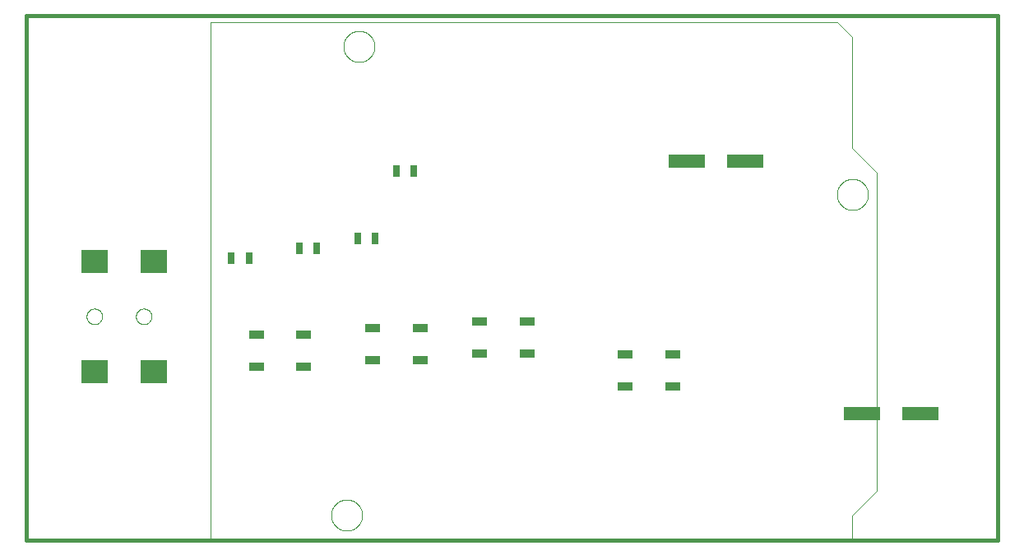
<source format=gtp>
G75*
%MOIN*%
%OFA0B0*%
%FSLAX25Y25*%
%IPPOS*%
%LPD*%
%AMOC8*
5,1,8,0,0,1.08239X$1,22.5*
%
%ADD10C,0.01600*%
%ADD11R,0.05906X0.03543*%
%ADD12R,0.03150X0.04724*%
%ADD13C,0.00000*%
%ADD14R,0.14961X0.05512*%
%ADD15R,0.11024X0.09449*%
D10*
X0001800Y0005000D02*
X0001800Y0217598D01*
X0395501Y0217598D01*
X0395501Y0005000D01*
X0001800Y0005000D01*
D11*
X0094950Y0075236D03*
X0114241Y0075236D03*
X0114241Y0088228D03*
X0094950Y0088228D03*
X0142194Y0090787D03*
X0161485Y0090787D03*
X0161485Y0077795D03*
X0142194Y0077795D03*
X0185501Y0080354D03*
X0204792Y0080354D03*
X0204792Y0093346D03*
X0185501Y0093346D03*
X0244556Y0080157D03*
X0263847Y0080157D03*
X0263847Y0067165D03*
X0244556Y0067165D03*
D12*
X0143139Y0127047D03*
X0136052Y0127047D03*
X0119517Y0123110D03*
X0112430Y0123110D03*
X0091957Y0119173D03*
X0084871Y0119173D03*
X0151800Y0154606D03*
X0158887Y0154606D03*
D13*
X0130304Y0205000D02*
X0130306Y0205158D01*
X0130312Y0205316D01*
X0130322Y0205474D01*
X0130336Y0205632D01*
X0130354Y0205789D01*
X0130375Y0205946D01*
X0130401Y0206102D01*
X0130431Y0206258D01*
X0130464Y0206413D01*
X0130502Y0206566D01*
X0130543Y0206719D01*
X0130588Y0206871D01*
X0130637Y0207022D01*
X0130690Y0207171D01*
X0130746Y0207319D01*
X0130806Y0207465D01*
X0130870Y0207610D01*
X0130938Y0207753D01*
X0131009Y0207895D01*
X0131083Y0208035D01*
X0131161Y0208172D01*
X0131243Y0208308D01*
X0131327Y0208442D01*
X0131416Y0208573D01*
X0131507Y0208702D01*
X0131602Y0208829D01*
X0131699Y0208954D01*
X0131800Y0209076D01*
X0131904Y0209195D01*
X0132011Y0209312D01*
X0132121Y0209426D01*
X0132234Y0209537D01*
X0132349Y0209646D01*
X0132467Y0209751D01*
X0132588Y0209853D01*
X0132711Y0209953D01*
X0132837Y0210049D01*
X0132965Y0210142D01*
X0133095Y0210232D01*
X0133228Y0210318D01*
X0133363Y0210402D01*
X0133499Y0210481D01*
X0133638Y0210558D01*
X0133779Y0210630D01*
X0133921Y0210700D01*
X0134065Y0210765D01*
X0134211Y0210827D01*
X0134358Y0210885D01*
X0134507Y0210940D01*
X0134657Y0210991D01*
X0134808Y0211038D01*
X0134960Y0211081D01*
X0135113Y0211120D01*
X0135268Y0211156D01*
X0135423Y0211187D01*
X0135579Y0211215D01*
X0135735Y0211239D01*
X0135892Y0211259D01*
X0136050Y0211275D01*
X0136207Y0211287D01*
X0136366Y0211295D01*
X0136524Y0211299D01*
X0136682Y0211299D01*
X0136840Y0211295D01*
X0136999Y0211287D01*
X0137156Y0211275D01*
X0137314Y0211259D01*
X0137471Y0211239D01*
X0137627Y0211215D01*
X0137783Y0211187D01*
X0137938Y0211156D01*
X0138093Y0211120D01*
X0138246Y0211081D01*
X0138398Y0211038D01*
X0138549Y0210991D01*
X0138699Y0210940D01*
X0138848Y0210885D01*
X0138995Y0210827D01*
X0139141Y0210765D01*
X0139285Y0210700D01*
X0139427Y0210630D01*
X0139568Y0210558D01*
X0139707Y0210481D01*
X0139843Y0210402D01*
X0139978Y0210318D01*
X0140111Y0210232D01*
X0140241Y0210142D01*
X0140369Y0210049D01*
X0140495Y0209953D01*
X0140618Y0209853D01*
X0140739Y0209751D01*
X0140857Y0209646D01*
X0140972Y0209537D01*
X0141085Y0209426D01*
X0141195Y0209312D01*
X0141302Y0209195D01*
X0141406Y0209076D01*
X0141507Y0208954D01*
X0141604Y0208829D01*
X0141699Y0208702D01*
X0141790Y0208573D01*
X0141879Y0208442D01*
X0141963Y0208308D01*
X0142045Y0208172D01*
X0142123Y0208035D01*
X0142197Y0207895D01*
X0142268Y0207753D01*
X0142336Y0207610D01*
X0142400Y0207465D01*
X0142460Y0207319D01*
X0142516Y0207171D01*
X0142569Y0207022D01*
X0142618Y0206871D01*
X0142663Y0206719D01*
X0142704Y0206566D01*
X0142742Y0206413D01*
X0142775Y0206258D01*
X0142805Y0206102D01*
X0142831Y0205946D01*
X0142852Y0205789D01*
X0142870Y0205632D01*
X0142884Y0205474D01*
X0142894Y0205316D01*
X0142900Y0205158D01*
X0142902Y0205000D01*
X0142900Y0204842D01*
X0142894Y0204684D01*
X0142884Y0204526D01*
X0142870Y0204368D01*
X0142852Y0204211D01*
X0142831Y0204054D01*
X0142805Y0203898D01*
X0142775Y0203742D01*
X0142742Y0203587D01*
X0142704Y0203434D01*
X0142663Y0203281D01*
X0142618Y0203129D01*
X0142569Y0202978D01*
X0142516Y0202829D01*
X0142460Y0202681D01*
X0142400Y0202535D01*
X0142336Y0202390D01*
X0142268Y0202247D01*
X0142197Y0202105D01*
X0142123Y0201965D01*
X0142045Y0201828D01*
X0141963Y0201692D01*
X0141879Y0201558D01*
X0141790Y0201427D01*
X0141699Y0201298D01*
X0141604Y0201171D01*
X0141507Y0201046D01*
X0141406Y0200924D01*
X0141302Y0200805D01*
X0141195Y0200688D01*
X0141085Y0200574D01*
X0140972Y0200463D01*
X0140857Y0200354D01*
X0140739Y0200249D01*
X0140618Y0200147D01*
X0140495Y0200047D01*
X0140369Y0199951D01*
X0140241Y0199858D01*
X0140111Y0199768D01*
X0139978Y0199682D01*
X0139843Y0199598D01*
X0139707Y0199519D01*
X0139568Y0199442D01*
X0139427Y0199370D01*
X0139285Y0199300D01*
X0139141Y0199235D01*
X0138995Y0199173D01*
X0138848Y0199115D01*
X0138699Y0199060D01*
X0138549Y0199009D01*
X0138398Y0198962D01*
X0138246Y0198919D01*
X0138093Y0198880D01*
X0137938Y0198844D01*
X0137783Y0198813D01*
X0137627Y0198785D01*
X0137471Y0198761D01*
X0137314Y0198741D01*
X0137156Y0198725D01*
X0136999Y0198713D01*
X0136840Y0198705D01*
X0136682Y0198701D01*
X0136524Y0198701D01*
X0136366Y0198705D01*
X0136207Y0198713D01*
X0136050Y0198725D01*
X0135892Y0198741D01*
X0135735Y0198761D01*
X0135579Y0198785D01*
X0135423Y0198813D01*
X0135268Y0198844D01*
X0135113Y0198880D01*
X0134960Y0198919D01*
X0134808Y0198962D01*
X0134657Y0199009D01*
X0134507Y0199060D01*
X0134358Y0199115D01*
X0134211Y0199173D01*
X0134065Y0199235D01*
X0133921Y0199300D01*
X0133779Y0199370D01*
X0133638Y0199442D01*
X0133499Y0199519D01*
X0133363Y0199598D01*
X0133228Y0199682D01*
X0133095Y0199768D01*
X0132965Y0199858D01*
X0132837Y0199951D01*
X0132711Y0200047D01*
X0132588Y0200147D01*
X0132467Y0200249D01*
X0132349Y0200354D01*
X0132234Y0200463D01*
X0132121Y0200574D01*
X0132011Y0200688D01*
X0131904Y0200805D01*
X0131800Y0200924D01*
X0131699Y0201046D01*
X0131602Y0201171D01*
X0131507Y0201298D01*
X0131416Y0201427D01*
X0131327Y0201558D01*
X0131243Y0201692D01*
X0131161Y0201828D01*
X0131083Y0201965D01*
X0131009Y0202105D01*
X0130938Y0202247D01*
X0130870Y0202390D01*
X0130806Y0202535D01*
X0130746Y0202681D01*
X0130690Y0202829D01*
X0130637Y0202978D01*
X0130588Y0203129D01*
X0130543Y0203281D01*
X0130502Y0203434D01*
X0130464Y0203587D01*
X0130431Y0203742D01*
X0130401Y0203898D01*
X0130375Y0204054D01*
X0130354Y0204211D01*
X0130336Y0204368D01*
X0130322Y0204526D01*
X0130312Y0204684D01*
X0130306Y0204842D01*
X0130304Y0205000D01*
X0076603Y0215000D02*
X0076603Y0005000D01*
X0336603Y0005000D01*
X0336603Y0015000D01*
X0346603Y0025000D01*
X0346603Y0154000D01*
X0336603Y0164000D01*
X0336603Y0209000D01*
X0330603Y0215000D01*
X0076603Y0215000D01*
X0046209Y0095551D02*
X0046211Y0095663D01*
X0046217Y0095774D01*
X0046227Y0095886D01*
X0046241Y0095997D01*
X0046258Y0096107D01*
X0046280Y0096217D01*
X0046306Y0096326D01*
X0046335Y0096434D01*
X0046368Y0096540D01*
X0046405Y0096646D01*
X0046446Y0096750D01*
X0046491Y0096853D01*
X0046539Y0096954D01*
X0046590Y0097053D01*
X0046645Y0097150D01*
X0046704Y0097245D01*
X0046765Y0097339D01*
X0046830Y0097430D01*
X0046899Y0097518D01*
X0046970Y0097604D01*
X0047044Y0097688D01*
X0047122Y0097768D01*
X0047202Y0097846D01*
X0047285Y0097922D01*
X0047370Y0097994D01*
X0047458Y0098063D01*
X0047548Y0098129D01*
X0047641Y0098191D01*
X0047736Y0098251D01*
X0047833Y0098307D01*
X0047931Y0098359D01*
X0048032Y0098408D01*
X0048134Y0098453D01*
X0048238Y0098495D01*
X0048343Y0098533D01*
X0048450Y0098567D01*
X0048557Y0098597D01*
X0048666Y0098624D01*
X0048775Y0098646D01*
X0048886Y0098665D01*
X0048996Y0098680D01*
X0049108Y0098691D01*
X0049219Y0098698D01*
X0049331Y0098701D01*
X0049443Y0098700D01*
X0049555Y0098695D01*
X0049666Y0098686D01*
X0049777Y0098673D01*
X0049888Y0098656D01*
X0049998Y0098636D01*
X0050107Y0098611D01*
X0050215Y0098583D01*
X0050322Y0098550D01*
X0050428Y0098514D01*
X0050532Y0098474D01*
X0050635Y0098431D01*
X0050737Y0098384D01*
X0050836Y0098333D01*
X0050934Y0098279D01*
X0051030Y0098221D01*
X0051124Y0098160D01*
X0051215Y0098096D01*
X0051304Y0098029D01*
X0051391Y0097958D01*
X0051475Y0097884D01*
X0051557Y0097808D01*
X0051635Y0097728D01*
X0051711Y0097646D01*
X0051784Y0097561D01*
X0051854Y0097474D01*
X0051920Y0097384D01*
X0051984Y0097292D01*
X0052044Y0097198D01*
X0052101Y0097102D01*
X0052154Y0097003D01*
X0052204Y0096903D01*
X0052250Y0096802D01*
X0052293Y0096698D01*
X0052332Y0096593D01*
X0052367Y0096487D01*
X0052398Y0096380D01*
X0052426Y0096271D01*
X0052449Y0096162D01*
X0052469Y0096052D01*
X0052485Y0095941D01*
X0052497Y0095830D01*
X0052505Y0095719D01*
X0052509Y0095607D01*
X0052509Y0095495D01*
X0052505Y0095383D01*
X0052497Y0095272D01*
X0052485Y0095161D01*
X0052469Y0095050D01*
X0052449Y0094940D01*
X0052426Y0094831D01*
X0052398Y0094722D01*
X0052367Y0094615D01*
X0052332Y0094509D01*
X0052293Y0094404D01*
X0052250Y0094300D01*
X0052204Y0094199D01*
X0052154Y0094099D01*
X0052101Y0094000D01*
X0052044Y0093904D01*
X0051984Y0093810D01*
X0051920Y0093718D01*
X0051854Y0093628D01*
X0051784Y0093541D01*
X0051711Y0093456D01*
X0051635Y0093374D01*
X0051557Y0093294D01*
X0051475Y0093218D01*
X0051391Y0093144D01*
X0051304Y0093073D01*
X0051215Y0093006D01*
X0051124Y0092942D01*
X0051030Y0092881D01*
X0050934Y0092823D01*
X0050836Y0092769D01*
X0050737Y0092718D01*
X0050635Y0092671D01*
X0050532Y0092628D01*
X0050428Y0092588D01*
X0050322Y0092552D01*
X0050215Y0092519D01*
X0050107Y0092491D01*
X0049998Y0092466D01*
X0049888Y0092446D01*
X0049777Y0092429D01*
X0049666Y0092416D01*
X0049555Y0092407D01*
X0049443Y0092402D01*
X0049331Y0092401D01*
X0049219Y0092404D01*
X0049108Y0092411D01*
X0048996Y0092422D01*
X0048886Y0092437D01*
X0048775Y0092456D01*
X0048666Y0092478D01*
X0048557Y0092505D01*
X0048450Y0092535D01*
X0048343Y0092569D01*
X0048238Y0092607D01*
X0048134Y0092649D01*
X0048032Y0092694D01*
X0047931Y0092743D01*
X0047833Y0092795D01*
X0047736Y0092851D01*
X0047641Y0092911D01*
X0047548Y0092973D01*
X0047458Y0093039D01*
X0047370Y0093108D01*
X0047285Y0093180D01*
X0047202Y0093256D01*
X0047122Y0093334D01*
X0047044Y0093414D01*
X0046970Y0093498D01*
X0046899Y0093584D01*
X0046830Y0093672D01*
X0046765Y0093763D01*
X0046704Y0093857D01*
X0046645Y0093952D01*
X0046590Y0094049D01*
X0046539Y0094148D01*
X0046491Y0094249D01*
X0046446Y0094352D01*
X0046405Y0094456D01*
X0046368Y0094562D01*
X0046335Y0094668D01*
X0046306Y0094776D01*
X0046280Y0094885D01*
X0046258Y0094995D01*
X0046241Y0095105D01*
X0046227Y0095216D01*
X0046217Y0095328D01*
X0046211Y0095439D01*
X0046209Y0095551D01*
X0026209Y0095551D02*
X0026211Y0095663D01*
X0026217Y0095774D01*
X0026227Y0095886D01*
X0026241Y0095997D01*
X0026258Y0096107D01*
X0026280Y0096217D01*
X0026306Y0096326D01*
X0026335Y0096434D01*
X0026368Y0096540D01*
X0026405Y0096646D01*
X0026446Y0096750D01*
X0026491Y0096853D01*
X0026539Y0096954D01*
X0026590Y0097053D01*
X0026645Y0097150D01*
X0026704Y0097245D01*
X0026765Y0097339D01*
X0026830Y0097430D01*
X0026899Y0097518D01*
X0026970Y0097604D01*
X0027044Y0097688D01*
X0027122Y0097768D01*
X0027202Y0097846D01*
X0027285Y0097922D01*
X0027370Y0097994D01*
X0027458Y0098063D01*
X0027548Y0098129D01*
X0027641Y0098191D01*
X0027736Y0098251D01*
X0027833Y0098307D01*
X0027931Y0098359D01*
X0028032Y0098408D01*
X0028134Y0098453D01*
X0028238Y0098495D01*
X0028343Y0098533D01*
X0028450Y0098567D01*
X0028557Y0098597D01*
X0028666Y0098624D01*
X0028775Y0098646D01*
X0028886Y0098665D01*
X0028996Y0098680D01*
X0029108Y0098691D01*
X0029219Y0098698D01*
X0029331Y0098701D01*
X0029443Y0098700D01*
X0029555Y0098695D01*
X0029666Y0098686D01*
X0029777Y0098673D01*
X0029888Y0098656D01*
X0029998Y0098636D01*
X0030107Y0098611D01*
X0030215Y0098583D01*
X0030322Y0098550D01*
X0030428Y0098514D01*
X0030532Y0098474D01*
X0030635Y0098431D01*
X0030737Y0098384D01*
X0030836Y0098333D01*
X0030934Y0098279D01*
X0031030Y0098221D01*
X0031124Y0098160D01*
X0031215Y0098096D01*
X0031304Y0098029D01*
X0031391Y0097958D01*
X0031475Y0097884D01*
X0031557Y0097808D01*
X0031635Y0097728D01*
X0031711Y0097646D01*
X0031784Y0097561D01*
X0031854Y0097474D01*
X0031920Y0097384D01*
X0031984Y0097292D01*
X0032044Y0097198D01*
X0032101Y0097102D01*
X0032154Y0097003D01*
X0032204Y0096903D01*
X0032250Y0096802D01*
X0032293Y0096698D01*
X0032332Y0096593D01*
X0032367Y0096487D01*
X0032398Y0096380D01*
X0032426Y0096271D01*
X0032449Y0096162D01*
X0032469Y0096052D01*
X0032485Y0095941D01*
X0032497Y0095830D01*
X0032505Y0095719D01*
X0032509Y0095607D01*
X0032509Y0095495D01*
X0032505Y0095383D01*
X0032497Y0095272D01*
X0032485Y0095161D01*
X0032469Y0095050D01*
X0032449Y0094940D01*
X0032426Y0094831D01*
X0032398Y0094722D01*
X0032367Y0094615D01*
X0032332Y0094509D01*
X0032293Y0094404D01*
X0032250Y0094300D01*
X0032204Y0094199D01*
X0032154Y0094099D01*
X0032101Y0094000D01*
X0032044Y0093904D01*
X0031984Y0093810D01*
X0031920Y0093718D01*
X0031854Y0093628D01*
X0031784Y0093541D01*
X0031711Y0093456D01*
X0031635Y0093374D01*
X0031557Y0093294D01*
X0031475Y0093218D01*
X0031391Y0093144D01*
X0031304Y0093073D01*
X0031215Y0093006D01*
X0031124Y0092942D01*
X0031030Y0092881D01*
X0030934Y0092823D01*
X0030836Y0092769D01*
X0030737Y0092718D01*
X0030635Y0092671D01*
X0030532Y0092628D01*
X0030428Y0092588D01*
X0030322Y0092552D01*
X0030215Y0092519D01*
X0030107Y0092491D01*
X0029998Y0092466D01*
X0029888Y0092446D01*
X0029777Y0092429D01*
X0029666Y0092416D01*
X0029555Y0092407D01*
X0029443Y0092402D01*
X0029331Y0092401D01*
X0029219Y0092404D01*
X0029108Y0092411D01*
X0028996Y0092422D01*
X0028886Y0092437D01*
X0028775Y0092456D01*
X0028666Y0092478D01*
X0028557Y0092505D01*
X0028450Y0092535D01*
X0028343Y0092569D01*
X0028238Y0092607D01*
X0028134Y0092649D01*
X0028032Y0092694D01*
X0027931Y0092743D01*
X0027833Y0092795D01*
X0027736Y0092851D01*
X0027641Y0092911D01*
X0027548Y0092973D01*
X0027458Y0093039D01*
X0027370Y0093108D01*
X0027285Y0093180D01*
X0027202Y0093256D01*
X0027122Y0093334D01*
X0027044Y0093414D01*
X0026970Y0093498D01*
X0026899Y0093584D01*
X0026830Y0093672D01*
X0026765Y0093763D01*
X0026704Y0093857D01*
X0026645Y0093952D01*
X0026590Y0094049D01*
X0026539Y0094148D01*
X0026491Y0094249D01*
X0026446Y0094352D01*
X0026405Y0094456D01*
X0026368Y0094562D01*
X0026335Y0094668D01*
X0026306Y0094776D01*
X0026280Y0094885D01*
X0026258Y0094995D01*
X0026241Y0095105D01*
X0026227Y0095216D01*
X0026217Y0095328D01*
X0026211Y0095439D01*
X0026209Y0095551D01*
X0125304Y0015000D02*
X0125306Y0015158D01*
X0125312Y0015316D01*
X0125322Y0015474D01*
X0125336Y0015632D01*
X0125354Y0015789D01*
X0125375Y0015946D01*
X0125401Y0016102D01*
X0125431Y0016258D01*
X0125464Y0016413D01*
X0125502Y0016566D01*
X0125543Y0016719D01*
X0125588Y0016871D01*
X0125637Y0017022D01*
X0125690Y0017171D01*
X0125746Y0017319D01*
X0125806Y0017465D01*
X0125870Y0017610D01*
X0125938Y0017753D01*
X0126009Y0017895D01*
X0126083Y0018035D01*
X0126161Y0018172D01*
X0126243Y0018308D01*
X0126327Y0018442D01*
X0126416Y0018573D01*
X0126507Y0018702D01*
X0126602Y0018829D01*
X0126699Y0018954D01*
X0126800Y0019076D01*
X0126904Y0019195D01*
X0127011Y0019312D01*
X0127121Y0019426D01*
X0127234Y0019537D01*
X0127349Y0019646D01*
X0127467Y0019751D01*
X0127588Y0019853D01*
X0127711Y0019953D01*
X0127837Y0020049D01*
X0127965Y0020142D01*
X0128095Y0020232D01*
X0128228Y0020318D01*
X0128363Y0020402D01*
X0128499Y0020481D01*
X0128638Y0020558D01*
X0128779Y0020630D01*
X0128921Y0020700D01*
X0129065Y0020765D01*
X0129211Y0020827D01*
X0129358Y0020885D01*
X0129507Y0020940D01*
X0129657Y0020991D01*
X0129808Y0021038D01*
X0129960Y0021081D01*
X0130113Y0021120D01*
X0130268Y0021156D01*
X0130423Y0021187D01*
X0130579Y0021215D01*
X0130735Y0021239D01*
X0130892Y0021259D01*
X0131050Y0021275D01*
X0131207Y0021287D01*
X0131366Y0021295D01*
X0131524Y0021299D01*
X0131682Y0021299D01*
X0131840Y0021295D01*
X0131999Y0021287D01*
X0132156Y0021275D01*
X0132314Y0021259D01*
X0132471Y0021239D01*
X0132627Y0021215D01*
X0132783Y0021187D01*
X0132938Y0021156D01*
X0133093Y0021120D01*
X0133246Y0021081D01*
X0133398Y0021038D01*
X0133549Y0020991D01*
X0133699Y0020940D01*
X0133848Y0020885D01*
X0133995Y0020827D01*
X0134141Y0020765D01*
X0134285Y0020700D01*
X0134427Y0020630D01*
X0134568Y0020558D01*
X0134707Y0020481D01*
X0134843Y0020402D01*
X0134978Y0020318D01*
X0135111Y0020232D01*
X0135241Y0020142D01*
X0135369Y0020049D01*
X0135495Y0019953D01*
X0135618Y0019853D01*
X0135739Y0019751D01*
X0135857Y0019646D01*
X0135972Y0019537D01*
X0136085Y0019426D01*
X0136195Y0019312D01*
X0136302Y0019195D01*
X0136406Y0019076D01*
X0136507Y0018954D01*
X0136604Y0018829D01*
X0136699Y0018702D01*
X0136790Y0018573D01*
X0136879Y0018442D01*
X0136963Y0018308D01*
X0137045Y0018172D01*
X0137123Y0018035D01*
X0137197Y0017895D01*
X0137268Y0017753D01*
X0137336Y0017610D01*
X0137400Y0017465D01*
X0137460Y0017319D01*
X0137516Y0017171D01*
X0137569Y0017022D01*
X0137618Y0016871D01*
X0137663Y0016719D01*
X0137704Y0016566D01*
X0137742Y0016413D01*
X0137775Y0016258D01*
X0137805Y0016102D01*
X0137831Y0015946D01*
X0137852Y0015789D01*
X0137870Y0015632D01*
X0137884Y0015474D01*
X0137894Y0015316D01*
X0137900Y0015158D01*
X0137902Y0015000D01*
X0137900Y0014842D01*
X0137894Y0014684D01*
X0137884Y0014526D01*
X0137870Y0014368D01*
X0137852Y0014211D01*
X0137831Y0014054D01*
X0137805Y0013898D01*
X0137775Y0013742D01*
X0137742Y0013587D01*
X0137704Y0013434D01*
X0137663Y0013281D01*
X0137618Y0013129D01*
X0137569Y0012978D01*
X0137516Y0012829D01*
X0137460Y0012681D01*
X0137400Y0012535D01*
X0137336Y0012390D01*
X0137268Y0012247D01*
X0137197Y0012105D01*
X0137123Y0011965D01*
X0137045Y0011828D01*
X0136963Y0011692D01*
X0136879Y0011558D01*
X0136790Y0011427D01*
X0136699Y0011298D01*
X0136604Y0011171D01*
X0136507Y0011046D01*
X0136406Y0010924D01*
X0136302Y0010805D01*
X0136195Y0010688D01*
X0136085Y0010574D01*
X0135972Y0010463D01*
X0135857Y0010354D01*
X0135739Y0010249D01*
X0135618Y0010147D01*
X0135495Y0010047D01*
X0135369Y0009951D01*
X0135241Y0009858D01*
X0135111Y0009768D01*
X0134978Y0009682D01*
X0134843Y0009598D01*
X0134707Y0009519D01*
X0134568Y0009442D01*
X0134427Y0009370D01*
X0134285Y0009300D01*
X0134141Y0009235D01*
X0133995Y0009173D01*
X0133848Y0009115D01*
X0133699Y0009060D01*
X0133549Y0009009D01*
X0133398Y0008962D01*
X0133246Y0008919D01*
X0133093Y0008880D01*
X0132938Y0008844D01*
X0132783Y0008813D01*
X0132627Y0008785D01*
X0132471Y0008761D01*
X0132314Y0008741D01*
X0132156Y0008725D01*
X0131999Y0008713D01*
X0131840Y0008705D01*
X0131682Y0008701D01*
X0131524Y0008701D01*
X0131366Y0008705D01*
X0131207Y0008713D01*
X0131050Y0008725D01*
X0130892Y0008741D01*
X0130735Y0008761D01*
X0130579Y0008785D01*
X0130423Y0008813D01*
X0130268Y0008844D01*
X0130113Y0008880D01*
X0129960Y0008919D01*
X0129808Y0008962D01*
X0129657Y0009009D01*
X0129507Y0009060D01*
X0129358Y0009115D01*
X0129211Y0009173D01*
X0129065Y0009235D01*
X0128921Y0009300D01*
X0128779Y0009370D01*
X0128638Y0009442D01*
X0128499Y0009519D01*
X0128363Y0009598D01*
X0128228Y0009682D01*
X0128095Y0009768D01*
X0127965Y0009858D01*
X0127837Y0009951D01*
X0127711Y0010047D01*
X0127588Y0010147D01*
X0127467Y0010249D01*
X0127349Y0010354D01*
X0127234Y0010463D01*
X0127121Y0010574D01*
X0127011Y0010688D01*
X0126904Y0010805D01*
X0126800Y0010924D01*
X0126699Y0011046D01*
X0126602Y0011171D01*
X0126507Y0011298D01*
X0126416Y0011427D01*
X0126327Y0011558D01*
X0126243Y0011692D01*
X0126161Y0011828D01*
X0126083Y0011965D01*
X0126009Y0012105D01*
X0125938Y0012247D01*
X0125870Y0012390D01*
X0125806Y0012535D01*
X0125746Y0012681D01*
X0125690Y0012829D01*
X0125637Y0012978D01*
X0125588Y0013129D01*
X0125543Y0013281D01*
X0125502Y0013434D01*
X0125464Y0013587D01*
X0125431Y0013742D01*
X0125401Y0013898D01*
X0125375Y0014054D01*
X0125354Y0014211D01*
X0125336Y0014368D01*
X0125322Y0014526D01*
X0125312Y0014684D01*
X0125306Y0014842D01*
X0125304Y0015000D01*
X0330304Y0145000D02*
X0330306Y0145158D01*
X0330312Y0145316D01*
X0330322Y0145474D01*
X0330336Y0145632D01*
X0330354Y0145789D01*
X0330375Y0145946D01*
X0330401Y0146102D01*
X0330431Y0146258D01*
X0330464Y0146413D01*
X0330502Y0146566D01*
X0330543Y0146719D01*
X0330588Y0146871D01*
X0330637Y0147022D01*
X0330690Y0147171D01*
X0330746Y0147319D01*
X0330806Y0147465D01*
X0330870Y0147610D01*
X0330938Y0147753D01*
X0331009Y0147895D01*
X0331083Y0148035D01*
X0331161Y0148172D01*
X0331243Y0148308D01*
X0331327Y0148442D01*
X0331416Y0148573D01*
X0331507Y0148702D01*
X0331602Y0148829D01*
X0331699Y0148954D01*
X0331800Y0149076D01*
X0331904Y0149195D01*
X0332011Y0149312D01*
X0332121Y0149426D01*
X0332234Y0149537D01*
X0332349Y0149646D01*
X0332467Y0149751D01*
X0332588Y0149853D01*
X0332711Y0149953D01*
X0332837Y0150049D01*
X0332965Y0150142D01*
X0333095Y0150232D01*
X0333228Y0150318D01*
X0333363Y0150402D01*
X0333499Y0150481D01*
X0333638Y0150558D01*
X0333779Y0150630D01*
X0333921Y0150700D01*
X0334065Y0150765D01*
X0334211Y0150827D01*
X0334358Y0150885D01*
X0334507Y0150940D01*
X0334657Y0150991D01*
X0334808Y0151038D01*
X0334960Y0151081D01*
X0335113Y0151120D01*
X0335268Y0151156D01*
X0335423Y0151187D01*
X0335579Y0151215D01*
X0335735Y0151239D01*
X0335892Y0151259D01*
X0336050Y0151275D01*
X0336207Y0151287D01*
X0336366Y0151295D01*
X0336524Y0151299D01*
X0336682Y0151299D01*
X0336840Y0151295D01*
X0336999Y0151287D01*
X0337156Y0151275D01*
X0337314Y0151259D01*
X0337471Y0151239D01*
X0337627Y0151215D01*
X0337783Y0151187D01*
X0337938Y0151156D01*
X0338093Y0151120D01*
X0338246Y0151081D01*
X0338398Y0151038D01*
X0338549Y0150991D01*
X0338699Y0150940D01*
X0338848Y0150885D01*
X0338995Y0150827D01*
X0339141Y0150765D01*
X0339285Y0150700D01*
X0339427Y0150630D01*
X0339568Y0150558D01*
X0339707Y0150481D01*
X0339843Y0150402D01*
X0339978Y0150318D01*
X0340111Y0150232D01*
X0340241Y0150142D01*
X0340369Y0150049D01*
X0340495Y0149953D01*
X0340618Y0149853D01*
X0340739Y0149751D01*
X0340857Y0149646D01*
X0340972Y0149537D01*
X0341085Y0149426D01*
X0341195Y0149312D01*
X0341302Y0149195D01*
X0341406Y0149076D01*
X0341507Y0148954D01*
X0341604Y0148829D01*
X0341699Y0148702D01*
X0341790Y0148573D01*
X0341879Y0148442D01*
X0341963Y0148308D01*
X0342045Y0148172D01*
X0342123Y0148035D01*
X0342197Y0147895D01*
X0342268Y0147753D01*
X0342336Y0147610D01*
X0342400Y0147465D01*
X0342460Y0147319D01*
X0342516Y0147171D01*
X0342569Y0147022D01*
X0342618Y0146871D01*
X0342663Y0146719D01*
X0342704Y0146566D01*
X0342742Y0146413D01*
X0342775Y0146258D01*
X0342805Y0146102D01*
X0342831Y0145946D01*
X0342852Y0145789D01*
X0342870Y0145632D01*
X0342884Y0145474D01*
X0342894Y0145316D01*
X0342900Y0145158D01*
X0342902Y0145000D01*
X0342900Y0144842D01*
X0342894Y0144684D01*
X0342884Y0144526D01*
X0342870Y0144368D01*
X0342852Y0144211D01*
X0342831Y0144054D01*
X0342805Y0143898D01*
X0342775Y0143742D01*
X0342742Y0143587D01*
X0342704Y0143434D01*
X0342663Y0143281D01*
X0342618Y0143129D01*
X0342569Y0142978D01*
X0342516Y0142829D01*
X0342460Y0142681D01*
X0342400Y0142535D01*
X0342336Y0142390D01*
X0342268Y0142247D01*
X0342197Y0142105D01*
X0342123Y0141965D01*
X0342045Y0141828D01*
X0341963Y0141692D01*
X0341879Y0141558D01*
X0341790Y0141427D01*
X0341699Y0141298D01*
X0341604Y0141171D01*
X0341507Y0141046D01*
X0341406Y0140924D01*
X0341302Y0140805D01*
X0341195Y0140688D01*
X0341085Y0140574D01*
X0340972Y0140463D01*
X0340857Y0140354D01*
X0340739Y0140249D01*
X0340618Y0140147D01*
X0340495Y0140047D01*
X0340369Y0139951D01*
X0340241Y0139858D01*
X0340111Y0139768D01*
X0339978Y0139682D01*
X0339843Y0139598D01*
X0339707Y0139519D01*
X0339568Y0139442D01*
X0339427Y0139370D01*
X0339285Y0139300D01*
X0339141Y0139235D01*
X0338995Y0139173D01*
X0338848Y0139115D01*
X0338699Y0139060D01*
X0338549Y0139009D01*
X0338398Y0138962D01*
X0338246Y0138919D01*
X0338093Y0138880D01*
X0337938Y0138844D01*
X0337783Y0138813D01*
X0337627Y0138785D01*
X0337471Y0138761D01*
X0337314Y0138741D01*
X0337156Y0138725D01*
X0336999Y0138713D01*
X0336840Y0138705D01*
X0336682Y0138701D01*
X0336524Y0138701D01*
X0336366Y0138705D01*
X0336207Y0138713D01*
X0336050Y0138725D01*
X0335892Y0138741D01*
X0335735Y0138761D01*
X0335579Y0138785D01*
X0335423Y0138813D01*
X0335268Y0138844D01*
X0335113Y0138880D01*
X0334960Y0138919D01*
X0334808Y0138962D01*
X0334657Y0139009D01*
X0334507Y0139060D01*
X0334358Y0139115D01*
X0334211Y0139173D01*
X0334065Y0139235D01*
X0333921Y0139300D01*
X0333779Y0139370D01*
X0333638Y0139442D01*
X0333499Y0139519D01*
X0333363Y0139598D01*
X0333228Y0139682D01*
X0333095Y0139768D01*
X0332965Y0139858D01*
X0332837Y0139951D01*
X0332711Y0140047D01*
X0332588Y0140147D01*
X0332467Y0140249D01*
X0332349Y0140354D01*
X0332234Y0140463D01*
X0332121Y0140574D01*
X0332011Y0140688D01*
X0331904Y0140805D01*
X0331800Y0140924D01*
X0331699Y0141046D01*
X0331602Y0141171D01*
X0331507Y0141298D01*
X0331416Y0141427D01*
X0331327Y0141558D01*
X0331243Y0141692D01*
X0331161Y0141828D01*
X0331083Y0141965D01*
X0331009Y0142105D01*
X0330938Y0142247D01*
X0330870Y0142390D01*
X0330806Y0142535D01*
X0330746Y0142681D01*
X0330690Y0142829D01*
X0330637Y0142978D01*
X0330588Y0143129D01*
X0330543Y0143281D01*
X0330502Y0143434D01*
X0330464Y0143587D01*
X0330431Y0143742D01*
X0330401Y0143898D01*
X0330375Y0144054D01*
X0330354Y0144211D01*
X0330336Y0144368D01*
X0330322Y0144526D01*
X0330312Y0144684D01*
X0330306Y0144842D01*
X0330304Y0145000D01*
D14*
X0293139Y0158543D03*
X0269517Y0158543D03*
X0340383Y0056181D03*
X0364005Y0056181D03*
D15*
X0053375Y0073110D03*
X0029359Y0073110D03*
X0029359Y0117992D03*
X0053375Y0117992D03*
M02*

</source>
